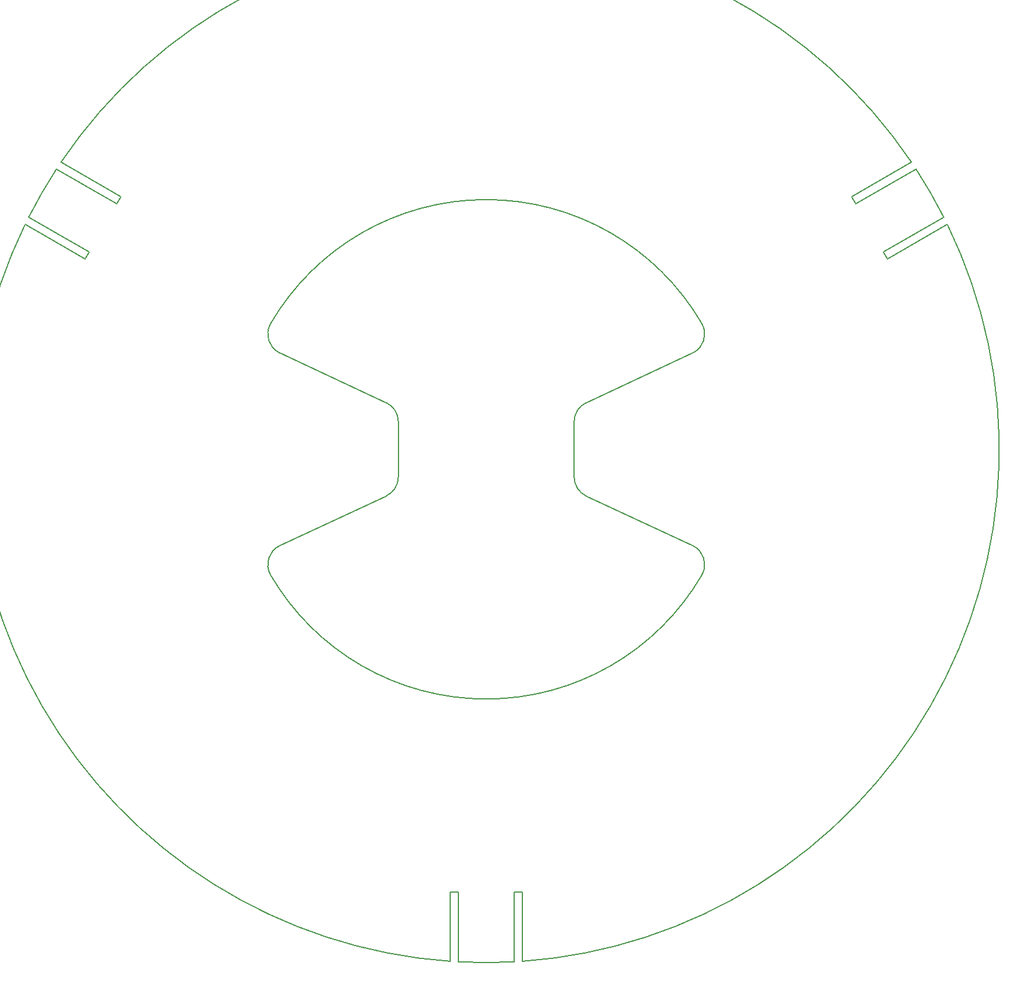
<source format=gm1>
G04 #@! TF.GenerationSoftware,KiCad,Pcbnew,7.0.1-3b83917a11~171~ubuntu22.04.1*
G04 #@! TF.CreationDate,2023-04-05T15:14:01-07:00*
G04 #@! TF.ProjectId,dancing_forest,64616e63-696e-4675-9f66-6f726573742e,rev?*
G04 #@! TF.SameCoordinates,Original*
G04 #@! TF.FileFunction,Profile,NP*
%FSLAX46Y46*%
G04 Gerber Fmt 4.6, Leading zero omitted, Abs format (unit mm)*
G04 Created by KiCad (PCBNEW 7.0.1-3b83917a11~171~ubuntu22.04.1) date 2023-04-05 15:14:01*
%MOMM*%
%LPD*%
G01*
G04 APERTURE LIST*
G04 #@! TA.AperFunction,Profile*
%ADD10C,0.200000*%
G04 #@! TD*
G04 APERTURE END LIST*
D10*
X204000000Y-273891813D02*
X204000000Y-263850000D01*
X231108864Y-181882644D02*
G75*
G03*
X168891136Y-181882644I-31108864J-18117356D01*
G01*
X187311703Y-195994555D02*
G75*
G03*
X185579546Y-193275633I-2999903J55D01*
G01*
X214420454Y-193275632D02*
X229784313Y-186111347D01*
X212688309Y-195994555D02*
X212688309Y-204005445D01*
X257895722Y-172578332D02*
X257295722Y-171539102D01*
X261327458Y-158588132D02*
G75*
G03*
X138672542Y-158588132I-61327458J-41411869D01*
G01*
X142704278Y-171539102D02*
X142104278Y-172578332D01*
X147304278Y-163571668D02*
X146704278Y-164610898D01*
X253295722Y-164610898D02*
X252695722Y-163571668D01*
X229784310Y-186111340D02*
G75*
G03*
X231108863Y-181882644I-1267910J2718940D01*
G01*
X185579546Y-193275632D02*
X170215687Y-186111347D01*
X168891176Y-181882667D02*
G75*
G03*
X170215687Y-186111346I2592224J-1509833D01*
G01*
X205200000Y-273817070D02*
G75*
G03*
X266527458Y-167594797I-5200000J73817070D01*
G01*
X265992186Y-166518195D02*
G75*
G03*
X261992186Y-159589993I-65992186J-33481805D01*
G01*
X134007813Y-166518195D02*
X142704278Y-171539102D01*
X196000000Y-273891813D02*
G75*
G03*
X204000000Y-273891813I4000000J73891944D01*
G01*
X187311691Y-195994555D02*
X187311691Y-204005445D01*
X214420449Y-193275621D02*
G75*
G03*
X212688309Y-195994555I1267951J-2718979D01*
G01*
X146704278Y-164610898D02*
X138007813Y-159589992D01*
X231108824Y-218117333D02*
G75*
G03*
X229784313Y-213888654I-2592224J1509833D01*
G01*
X133472542Y-167594797D02*
G75*
G03*
X194800000Y-273817070I66527458J-32405203D01*
G01*
X142104278Y-172578332D02*
X133472541Y-167594797D01*
X205200000Y-263850000D02*
X205200000Y-273817071D01*
X261992187Y-159589992D02*
X253295722Y-164610898D01*
X170215690Y-213888660D02*
G75*
G03*
X168891137Y-218117356I1267910J-2718940D01*
G01*
X266527459Y-167594797D02*
X257895722Y-172578332D01*
X185579551Y-206724379D02*
G75*
G03*
X187311691Y-204005445I-1267951J2718979D01*
G01*
X214420454Y-206724368D02*
X229784313Y-213888653D01*
X185579546Y-206724368D02*
X170215687Y-213888653D01*
X168891136Y-218117356D02*
G75*
G03*
X231108864Y-218117356I31108864J18117356D01*
G01*
X194800000Y-263850000D02*
X196000000Y-263850000D01*
X252695722Y-163571668D02*
X261327459Y-158588132D01*
X196000000Y-263850000D02*
X196000000Y-273891813D01*
X138007813Y-159589992D02*
G75*
G03*
X134007813Y-166518195I61992187J-40410008D01*
G01*
X257295722Y-171539102D02*
X265992187Y-166518195D01*
X194800000Y-273817071D02*
X194800000Y-263850000D01*
X212688297Y-204005445D02*
G75*
G03*
X214420454Y-206724367I2999903J-55D01*
G01*
X138672541Y-158588132D02*
X147304278Y-163571668D01*
X204000000Y-263850000D02*
X205200000Y-263850000D01*
M02*

</source>
